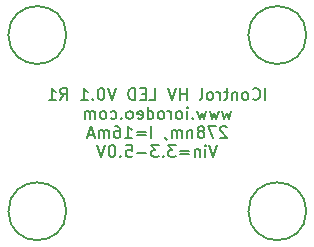
<source format=gbo>
%TF.GenerationSoftware,KiCad,Pcbnew,7.0.8-7.0.8~ubuntu22.04.1*%
%TF.CreationDate,2024-02-05T12:43:10-08:00*%
%TF.ProjectId,278nm_ELUC3535NUB_16mA,3237386e-6d5f-4454-9c55-43333533354e,rev?*%
%TF.SameCoordinates,Original*%
%TF.FileFunction,Legend,Bot*%
%TF.FilePolarity,Positive*%
%FSLAX46Y46*%
G04 Gerber Fmt 4.6, Leading zero omitted, Abs format (unit mm)*
G04 Created by KiCad (PCBNEW 7.0.8-7.0.8~ubuntu22.04.1) date 2024-02-05 12:43:10*
%MOMM*%
%LPD*%
G01*
G04 APERTURE LIST*
%ADD10C,0.150000*%
G04 APERTURE END LIST*
D10*
X71842857Y-58039819D02*
X71842857Y-57039819D01*
X70795239Y-57944580D02*
X70842858Y-57992200D01*
X70842858Y-57992200D02*
X70985715Y-58039819D01*
X70985715Y-58039819D02*
X71080953Y-58039819D01*
X71080953Y-58039819D02*
X71223810Y-57992200D01*
X71223810Y-57992200D02*
X71319048Y-57896961D01*
X71319048Y-57896961D02*
X71366667Y-57801723D01*
X71366667Y-57801723D02*
X71414286Y-57611247D01*
X71414286Y-57611247D02*
X71414286Y-57468390D01*
X71414286Y-57468390D02*
X71366667Y-57277914D01*
X71366667Y-57277914D02*
X71319048Y-57182676D01*
X71319048Y-57182676D02*
X71223810Y-57087438D01*
X71223810Y-57087438D02*
X71080953Y-57039819D01*
X71080953Y-57039819D02*
X70985715Y-57039819D01*
X70985715Y-57039819D02*
X70842858Y-57087438D01*
X70842858Y-57087438D02*
X70795239Y-57135057D01*
X70223810Y-58039819D02*
X70319048Y-57992200D01*
X70319048Y-57992200D02*
X70366667Y-57944580D01*
X70366667Y-57944580D02*
X70414286Y-57849342D01*
X70414286Y-57849342D02*
X70414286Y-57563628D01*
X70414286Y-57563628D02*
X70366667Y-57468390D01*
X70366667Y-57468390D02*
X70319048Y-57420771D01*
X70319048Y-57420771D02*
X70223810Y-57373152D01*
X70223810Y-57373152D02*
X70080953Y-57373152D01*
X70080953Y-57373152D02*
X69985715Y-57420771D01*
X69985715Y-57420771D02*
X69938096Y-57468390D01*
X69938096Y-57468390D02*
X69890477Y-57563628D01*
X69890477Y-57563628D02*
X69890477Y-57849342D01*
X69890477Y-57849342D02*
X69938096Y-57944580D01*
X69938096Y-57944580D02*
X69985715Y-57992200D01*
X69985715Y-57992200D02*
X70080953Y-58039819D01*
X70080953Y-58039819D02*
X70223810Y-58039819D01*
X69461905Y-57373152D02*
X69461905Y-58039819D01*
X69461905Y-57468390D02*
X69414286Y-57420771D01*
X69414286Y-57420771D02*
X69319048Y-57373152D01*
X69319048Y-57373152D02*
X69176191Y-57373152D01*
X69176191Y-57373152D02*
X69080953Y-57420771D01*
X69080953Y-57420771D02*
X69033334Y-57516009D01*
X69033334Y-57516009D02*
X69033334Y-58039819D01*
X68700000Y-57373152D02*
X68319048Y-57373152D01*
X68557143Y-57039819D02*
X68557143Y-57896961D01*
X68557143Y-57896961D02*
X68509524Y-57992200D01*
X68509524Y-57992200D02*
X68414286Y-58039819D01*
X68414286Y-58039819D02*
X68319048Y-58039819D01*
X67985714Y-58039819D02*
X67985714Y-57373152D01*
X67985714Y-57563628D02*
X67938095Y-57468390D01*
X67938095Y-57468390D02*
X67890476Y-57420771D01*
X67890476Y-57420771D02*
X67795238Y-57373152D01*
X67795238Y-57373152D02*
X67700000Y-57373152D01*
X67223809Y-58039819D02*
X67319047Y-57992200D01*
X67319047Y-57992200D02*
X67366666Y-57944580D01*
X67366666Y-57944580D02*
X67414285Y-57849342D01*
X67414285Y-57849342D02*
X67414285Y-57563628D01*
X67414285Y-57563628D02*
X67366666Y-57468390D01*
X67366666Y-57468390D02*
X67319047Y-57420771D01*
X67319047Y-57420771D02*
X67223809Y-57373152D01*
X67223809Y-57373152D02*
X67080952Y-57373152D01*
X67080952Y-57373152D02*
X66985714Y-57420771D01*
X66985714Y-57420771D02*
X66938095Y-57468390D01*
X66938095Y-57468390D02*
X66890476Y-57563628D01*
X66890476Y-57563628D02*
X66890476Y-57849342D01*
X66890476Y-57849342D02*
X66938095Y-57944580D01*
X66938095Y-57944580D02*
X66985714Y-57992200D01*
X66985714Y-57992200D02*
X67080952Y-58039819D01*
X67080952Y-58039819D02*
X67223809Y-58039819D01*
X66319047Y-58039819D02*
X66414285Y-57992200D01*
X66414285Y-57992200D02*
X66461904Y-57896961D01*
X66461904Y-57896961D02*
X66461904Y-57039819D01*
X65176189Y-58039819D02*
X65176189Y-57039819D01*
X65176189Y-57516009D02*
X64604761Y-57516009D01*
X64604761Y-58039819D02*
X64604761Y-57039819D01*
X64271427Y-57039819D02*
X63938094Y-58039819D01*
X63938094Y-58039819D02*
X63604761Y-57039819D01*
X62033332Y-58039819D02*
X62509522Y-58039819D01*
X62509522Y-58039819D02*
X62509522Y-57039819D01*
X61699998Y-57516009D02*
X61366665Y-57516009D01*
X61223808Y-58039819D02*
X61699998Y-58039819D01*
X61699998Y-58039819D02*
X61699998Y-57039819D01*
X61699998Y-57039819D02*
X61223808Y-57039819D01*
X60795236Y-58039819D02*
X60795236Y-57039819D01*
X60795236Y-57039819D02*
X60557141Y-57039819D01*
X60557141Y-57039819D02*
X60414284Y-57087438D01*
X60414284Y-57087438D02*
X60319046Y-57182676D01*
X60319046Y-57182676D02*
X60271427Y-57277914D01*
X60271427Y-57277914D02*
X60223808Y-57468390D01*
X60223808Y-57468390D02*
X60223808Y-57611247D01*
X60223808Y-57611247D02*
X60271427Y-57801723D01*
X60271427Y-57801723D02*
X60319046Y-57896961D01*
X60319046Y-57896961D02*
X60414284Y-57992200D01*
X60414284Y-57992200D02*
X60557141Y-58039819D01*
X60557141Y-58039819D02*
X60795236Y-58039819D01*
X59176188Y-57039819D02*
X58842855Y-58039819D01*
X58842855Y-58039819D02*
X58509522Y-57039819D01*
X57985712Y-57039819D02*
X57890474Y-57039819D01*
X57890474Y-57039819D02*
X57795236Y-57087438D01*
X57795236Y-57087438D02*
X57747617Y-57135057D01*
X57747617Y-57135057D02*
X57699998Y-57230295D01*
X57699998Y-57230295D02*
X57652379Y-57420771D01*
X57652379Y-57420771D02*
X57652379Y-57658866D01*
X57652379Y-57658866D02*
X57699998Y-57849342D01*
X57699998Y-57849342D02*
X57747617Y-57944580D01*
X57747617Y-57944580D02*
X57795236Y-57992200D01*
X57795236Y-57992200D02*
X57890474Y-58039819D01*
X57890474Y-58039819D02*
X57985712Y-58039819D01*
X57985712Y-58039819D02*
X58080950Y-57992200D01*
X58080950Y-57992200D02*
X58128569Y-57944580D01*
X58128569Y-57944580D02*
X58176188Y-57849342D01*
X58176188Y-57849342D02*
X58223807Y-57658866D01*
X58223807Y-57658866D02*
X58223807Y-57420771D01*
X58223807Y-57420771D02*
X58176188Y-57230295D01*
X58176188Y-57230295D02*
X58128569Y-57135057D01*
X58128569Y-57135057D02*
X58080950Y-57087438D01*
X58080950Y-57087438D02*
X57985712Y-57039819D01*
X57223807Y-57944580D02*
X57176188Y-57992200D01*
X57176188Y-57992200D02*
X57223807Y-58039819D01*
X57223807Y-58039819D02*
X57271426Y-57992200D01*
X57271426Y-57992200D02*
X57223807Y-57944580D01*
X57223807Y-57944580D02*
X57223807Y-58039819D01*
X56223808Y-58039819D02*
X56795236Y-58039819D01*
X56509522Y-58039819D02*
X56509522Y-57039819D01*
X56509522Y-57039819D02*
X56604760Y-57182676D01*
X56604760Y-57182676D02*
X56699998Y-57277914D01*
X56699998Y-57277914D02*
X56795236Y-57325533D01*
X54461903Y-58039819D02*
X54795236Y-57563628D01*
X55033331Y-58039819D02*
X55033331Y-57039819D01*
X55033331Y-57039819D02*
X54652379Y-57039819D01*
X54652379Y-57039819D02*
X54557141Y-57087438D01*
X54557141Y-57087438D02*
X54509522Y-57135057D01*
X54509522Y-57135057D02*
X54461903Y-57230295D01*
X54461903Y-57230295D02*
X54461903Y-57373152D01*
X54461903Y-57373152D02*
X54509522Y-57468390D01*
X54509522Y-57468390D02*
X54557141Y-57516009D01*
X54557141Y-57516009D02*
X54652379Y-57563628D01*
X54652379Y-57563628D02*
X55033331Y-57563628D01*
X53509522Y-58039819D02*
X54080950Y-58039819D01*
X53795236Y-58039819D02*
X53795236Y-57039819D01*
X53795236Y-57039819D02*
X53890474Y-57182676D01*
X53890474Y-57182676D02*
X53985712Y-57277914D01*
X53985712Y-57277914D02*
X54080950Y-57325533D01*
X68938094Y-58983152D02*
X68747618Y-59649819D01*
X68747618Y-59649819D02*
X68557142Y-59173628D01*
X68557142Y-59173628D02*
X68366666Y-59649819D01*
X68366666Y-59649819D02*
X68176190Y-58983152D01*
X67890475Y-58983152D02*
X67699999Y-59649819D01*
X67699999Y-59649819D02*
X67509523Y-59173628D01*
X67509523Y-59173628D02*
X67319047Y-59649819D01*
X67319047Y-59649819D02*
X67128571Y-58983152D01*
X66842856Y-58983152D02*
X66652380Y-59649819D01*
X66652380Y-59649819D02*
X66461904Y-59173628D01*
X66461904Y-59173628D02*
X66271428Y-59649819D01*
X66271428Y-59649819D02*
X66080952Y-58983152D01*
X65699999Y-59554580D02*
X65652380Y-59602200D01*
X65652380Y-59602200D02*
X65699999Y-59649819D01*
X65699999Y-59649819D02*
X65747618Y-59602200D01*
X65747618Y-59602200D02*
X65699999Y-59554580D01*
X65699999Y-59554580D02*
X65699999Y-59649819D01*
X65223809Y-59649819D02*
X65223809Y-58983152D01*
X65223809Y-58649819D02*
X65271428Y-58697438D01*
X65271428Y-58697438D02*
X65223809Y-58745057D01*
X65223809Y-58745057D02*
X65176190Y-58697438D01*
X65176190Y-58697438D02*
X65223809Y-58649819D01*
X65223809Y-58649819D02*
X65223809Y-58745057D01*
X64604762Y-59649819D02*
X64700000Y-59602200D01*
X64700000Y-59602200D02*
X64747619Y-59554580D01*
X64747619Y-59554580D02*
X64795238Y-59459342D01*
X64795238Y-59459342D02*
X64795238Y-59173628D01*
X64795238Y-59173628D02*
X64747619Y-59078390D01*
X64747619Y-59078390D02*
X64700000Y-59030771D01*
X64700000Y-59030771D02*
X64604762Y-58983152D01*
X64604762Y-58983152D02*
X64461905Y-58983152D01*
X64461905Y-58983152D02*
X64366667Y-59030771D01*
X64366667Y-59030771D02*
X64319048Y-59078390D01*
X64319048Y-59078390D02*
X64271429Y-59173628D01*
X64271429Y-59173628D02*
X64271429Y-59459342D01*
X64271429Y-59459342D02*
X64319048Y-59554580D01*
X64319048Y-59554580D02*
X64366667Y-59602200D01*
X64366667Y-59602200D02*
X64461905Y-59649819D01*
X64461905Y-59649819D02*
X64604762Y-59649819D01*
X63842857Y-59649819D02*
X63842857Y-58983152D01*
X63842857Y-59173628D02*
X63795238Y-59078390D01*
X63795238Y-59078390D02*
X63747619Y-59030771D01*
X63747619Y-59030771D02*
X63652381Y-58983152D01*
X63652381Y-58983152D02*
X63557143Y-58983152D01*
X63080952Y-59649819D02*
X63176190Y-59602200D01*
X63176190Y-59602200D02*
X63223809Y-59554580D01*
X63223809Y-59554580D02*
X63271428Y-59459342D01*
X63271428Y-59459342D02*
X63271428Y-59173628D01*
X63271428Y-59173628D02*
X63223809Y-59078390D01*
X63223809Y-59078390D02*
X63176190Y-59030771D01*
X63176190Y-59030771D02*
X63080952Y-58983152D01*
X63080952Y-58983152D02*
X62938095Y-58983152D01*
X62938095Y-58983152D02*
X62842857Y-59030771D01*
X62842857Y-59030771D02*
X62795238Y-59078390D01*
X62795238Y-59078390D02*
X62747619Y-59173628D01*
X62747619Y-59173628D02*
X62747619Y-59459342D01*
X62747619Y-59459342D02*
X62795238Y-59554580D01*
X62795238Y-59554580D02*
X62842857Y-59602200D01*
X62842857Y-59602200D02*
X62938095Y-59649819D01*
X62938095Y-59649819D02*
X63080952Y-59649819D01*
X61890476Y-59649819D02*
X61890476Y-58649819D01*
X61890476Y-59602200D02*
X61985714Y-59649819D01*
X61985714Y-59649819D02*
X62176190Y-59649819D01*
X62176190Y-59649819D02*
X62271428Y-59602200D01*
X62271428Y-59602200D02*
X62319047Y-59554580D01*
X62319047Y-59554580D02*
X62366666Y-59459342D01*
X62366666Y-59459342D02*
X62366666Y-59173628D01*
X62366666Y-59173628D02*
X62319047Y-59078390D01*
X62319047Y-59078390D02*
X62271428Y-59030771D01*
X62271428Y-59030771D02*
X62176190Y-58983152D01*
X62176190Y-58983152D02*
X61985714Y-58983152D01*
X61985714Y-58983152D02*
X61890476Y-59030771D01*
X61033333Y-59602200D02*
X61128571Y-59649819D01*
X61128571Y-59649819D02*
X61319047Y-59649819D01*
X61319047Y-59649819D02*
X61414285Y-59602200D01*
X61414285Y-59602200D02*
X61461904Y-59506961D01*
X61461904Y-59506961D02*
X61461904Y-59126009D01*
X61461904Y-59126009D02*
X61414285Y-59030771D01*
X61414285Y-59030771D02*
X61319047Y-58983152D01*
X61319047Y-58983152D02*
X61128571Y-58983152D01*
X61128571Y-58983152D02*
X61033333Y-59030771D01*
X61033333Y-59030771D02*
X60985714Y-59126009D01*
X60985714Y-59126009D02*
X60985714Y-59221247D01*
X60985714Y-59221247D02*
X61461904Y-59316485D01*
X60414285Y-59649819D02*
X60509523Y-59602200D01*
X60509523Y-59602200D02*
X60557142Y-59554580D01*
X60557142Y-59554580D02*
X60604761Y-59459342D01*
X60604761Y-59459342D02*
X60604761Y-59173628D01*
X60604761Y-59173628D02*
X60557142Y-59078390D01*
X60557142Y-59078390D02*
X60509523Y-59030771D01*
X60509523Y-59030771D02*
X60414285Y-58983152D01*
X60414285Y-58983152D02*
X60271428Y-58983152D01*
X60271428Y-58983152D02*
X60176190Y-59030771D01*
X60176190Y-59030771D02*
X60128571Y-59078390D01*
X60128571Y-59078390D02*
X60080952Y-59173628D01*
X60080952Y-59173628D02*
X60080952Y-59459342D01*
X60080952Y-59459342D02*
X60128571Y-59554580D01*
X60128571Y-59554580D02*
X60176190Y-59602200D01*
X60176190Y-59602200D02*
X60271428Y-59649819D01*
X60271428Y-59649819D02*
X60414285Y-59649819D01*
X59652380Y-59554580D02*
X59604761Y-59602200D01*
X59604761Y-59602200D02*
X59652380Y-59649819D01*
X59652380Y-59649819D02*
X59699999Y-59602200D01*
X59699999Y-59602200D02*
X59652380Y-59554580D01*
X59652380Y-59554580D02*
X59652380Y-59649819D01*
X58747619Y-59602200D02*
X58842857Y-59649819D01*
X58842857Y-59649819D02*
X59033333Y-59649819D01*
X59033333Y-59649819D02*
X59128571Y-59602200D01*
X59128571Y-59602200D02*
X59176190Y-59554580D01*
X59176190Y-59554580D02*
X59223809Y-59459342D01*
X59223809Y-59459342D02*
X59223809Y-59173628D01*
X59223809Y-59173628D02*
X59176190Y-59078390D01*
X59176190Y-59078390D02*
X59128571Y-59030771D01*
X59128571Y-59030771D02*
X59033333Y-58983152D01*
X59033333Y-58983152D02*
X58842857Y-58983152D01*
X58842857Y-58983152D02*
X58747619Y-59030771D01*
X58176190Y-59649819D02*
X58271428Y-59602200D01*
X58271428Y-59602200D02*
X58319047Y-59554580D01*
X58319047Y-59554580D02*
X58366666Y-59459342D01*
X58366666Y-59459342D02*
X58366666Y-59173628D01*
X58366666Y-59173628D02*
X58319047Y-59078390D01*
X58319047Y-59078390D02*
X58271428Y-59030771D01*
X58271428Y-59030771D02*
X58176190Y-58983152D01*
X58176190Y-58983152D02*
X58033333Y-58983152D01*
X58033333Y-58983152D02*
X57938095Y-59030771D01*
X57938095Y-59030771D02*
X57890476Y-59078390D01*
X57890476Y-59078390D02*
X57842857Y-59173628D01*
X57842857Y-59173628D02*
X57842857Y-59459342D01*
X57842857Y-59459342D02*
X57890476Y-59554580D01*
X57890476Y-59554580D02*
X57938095Y-59602200D01*
X57938095Y-59602200D02*
X58033333Y-59649819D01*
X58033333Y-59649819D02*
X58176190Y-59649819D01*
X57414285Y-59649819D02*
X57414285Y-58983152D01*
X57414285Y-59078390D02*
X57366666Y-59030771D01*
X57366666Y-59030771D02*
X57271428Y-58983152D01*
X57271428Y-58983152D02*
X57128571Y-58983152D01*
X57128571Y-58983152D02*
X57033333Y-59030771D01*
X57033333Y-59030771D02*
X56985714Y-59126009D01*
X56985714Y-59126009D02*
X56985714Y-59649819D01*
X56985714Y-59126009D02*
X56938095Y-59030771D01*
X56938095Y-59030771D02*
X56842857Y-58983152D01*
X56842857Y-58983152D02*
X56700000Y-58983152D01*
X56700000Y-58983152D02*
X56604761Y-59030771D01*
X56604761Y-59030771D02*
X56557142Y-59126009D01*
X56557142Y-59126009D02*
X56557142Y-59649819D01*
X68580951Y-60355057D02*
X68533332Y-60307438D01*
X68533332Y-60307438D02*
X68438094Y-60259819D01*
X68438094Y-60259819D02*
X68199999Y-60259819D01*
X68199999Y-60259819D02*
X68104761Y-60307438D01*
X68104761Y-60307438D02*
X68057142Y-60355057D01*
X68057142Y-60355057D02*
X68009523Y-60450295D01*
X68009523Y-60450295D02*
X68009523Y-60545533D01*
X68009523Y-60545533D02*
X68057142Y-60688390D01*
X68057142Y-60688390D02*
X68628570Y-61259819D01*
X68628570Y-61259819D02*
X68009523Y-61259819D01*
X67676189Y-60259819D02*
X67009523Y-60259819D01*
X67009523Y-60259819D02*
X67438094Y-61259819D01*
X66485713Y-60688390D02*
X66580951Y-60640771D01*
X66580951Y-60640771D02*
X66628570Y-60593152D01*
X66628570Y-60593152D02*
X66676189Y-60497914D01*
X66676189Y-60497914D02*
X66676189Y-60450295D01*
X66676189Y-60450295D02*
X66628570Y-60355057D01*
X66628570Y-60355057D02*
X66580951Y-60307438D01*
X66580951Y-60307438D02*
X66485713Y-60259819D01*
X66485713Y-60259819D02*
X66295237Y-60259819D01*
X66295237Y-60259819D02*
X66199999Y-60307438D01*
X66199999Y-60307438D02*
X66152380Y-60355057D01*
X66152380Y-60355057D02*
X66104761Y-60450295D01*
X66104761Y-60450295D02*
X66104761Y-60497914D01*
X66104761Y-60497914D02*
X66152380Y-60593152D01*
X66152380Y-60593152D02*
X66199999Y-60640771D01*
X66199999Y-60640771D02*
X66295237Y-60688390D01*
X66295237Y-60688390D02*
X66485713Y-60688390D01*
X66485713Y-60688390D02*
X66580951Y-60736009D01*
X66580951Y-60736009D02*
X66628570Y-60783628D01*
X66628570Y-60783628D02*
X66676189Y-60878866D01*
X66676189Y-60878866D02*
X66676189Y-61069342D01*
X66676189Y-61069342D02*
X66628570Y-61164580D01*
X66628570Y-61164580D02*
X66580951Y-61212200D01*
X66580951Y-61212200D02*
X66485713Y-61259819D01*
X66485713Y-61259819D02*
X66295237Y-61259819D01*
X66295237Y-61259819D02*
X66199999Y-61212200D01*
X66199999Y-61212200D02*
X66152380Y-61164580D01*
X66152380Y-61164580D02*
X66104761Y-61069342D01*
X66104761Y-61069342D02*
X66104761Y-60878866D01*
X66104761Y-60878866D02*
X66152380Y-60783628D01*
X66152380Y-60783628D02*
X66199999Y-60736009D01*
X66199999Y-60736009D02*
X66295237Y-60688390D01*
X65676189Y-60593152D02*
X65676189Y-61259819D01*
X65676189Y-60688390D02*
X65628570Y-60640771D01*
X65628570Y-60640771D02*
X65533332Y-60593152D01*
X65533332Y-60593152D02*
X65390475Y-60593152D01*
X65390475Y-60593152D02*
X65295237Y-60640771D01*
X65295237Y-60640771D02*
X65247618Y-60736009D01*
X65247618Y-60736009D02*
X65247618Y-61259819D01*
X64771427Y-61259819D02*
X64771427Y-60593152D01*
X64771427Y-60688390D02*
X64723808Y-60640771D01*
X64723808Y-60640771D02*
X64628570Y-60593152D01*
X64628570Y-60593152D02*
X64485713Y-60593152D01*
X64485713Y-60593152D02*
X64390475Y-60640771D01*
X64390475Y-60640771D02*
X64342856Y-60736009D01*
X64342856Y-60736009D02*
X64342856Y-61259819D01*
X64342856Y-60736009D02*
X64295237Y-60640771D01*
X64295237Y-60640771D02*
X64199999Y-60593152D01*
X64199999Y-60593152D02*
X64057142Y-60593152D01*
X64057142Y-60593152D02*
X63961903Y-60640771D01*
X63961903Y-60640771D02*
X63914284Y-60736009D01*
X63914284Y-60736009D02*
X63914284Y-61259819D01*
X63390475Y-61212200D02*
X63390475Y-61259819D01*
X63390475Y-61259819D02*
X63438094Y-61355057D01*
X63438094Y-61355057D02*
X63485713Y-61402676D01*
X62199999Y-61259819D02*
X62199999Y-60259819D01*
X61723809Y-60736009D02*
X60961905Y-60736009D01*
X60961905Y-61021723D02*
X61723809Y-61021723D01*
X59961905Y-61259819D02*
X60533333Y-61259819D01*
X60247619Y-61259819D02*
X60247619Y-60259819D01*
X60247619Y-60259819D02*
X60342857Y-60402676D01*
X60342857Y-60402676D02*
X60438095Y-60497914D01*
X60438095Y-60497914D02*
X60533333Y-60545533D01*
X59104762Y-60259819D02*
X59295238Y-60259819D01*
X59295238Y-60259819D02*
X59390476Y-60307438D01*
X59390476Y-60307438D02*
X59438095Y-60355057D01*
X59438095Y-60355057D02*
X59533333Y-60497914D01*
X59533333Y-60497914D02*
X59580952Y-60688390D01*
X59580952Y-60688390D02*
X59580952Y-61069342D01*
X59580952Y-61069342D02*
X59533333Y-61164580D01*
X59533333Y-61164580D02*
X59485714Y-61212200D01*
X59485714Y-61212200D02*
X59390476Y-61259819D01*
X59390476Y-61259819D02*
X59200000Y-61259819D01*
X59200000Y-61259819D02*
X59104762Y-61212200D01*
X59104762Y-61212200D02*
X59057143Y-61164580D01*
X59057143Y-61164580D02*
X59009524Y-61069342D01*
X59009524Y-61069342D02*
X59009524Y-60831247D01*
X59009524Y-60831247D02*
X59057143Y-60736009D01*
X59057143Y-60736009D02*
X59104762Y-60688390D01*
X59104762Y-60688390D02*
X59200000Y-60640771D01*
X59200000Y-60640771D02*
X59390476Y-60640771D01*
X59390476Y-60640771D02*
X59485714Y-60688390D01*
X59485714Y-60688390D02*
X59533333Y-60736009D01*
X59533333Y-60736009D02*
X59580952Y-60831247D01*
X58580952Y-61259819D02*
X58580952Y-60593152D01*
X58580952Y-60688390D02*
X58533333Y-60640771D01*
X58533333Y-60640771D02*
X58438095Y-60593152D01*
X58438095Y-60593152D02*
X58295238Y-60593152D01*
X58295238Y-60593152D02*
X58200000Y-60640771D01*
X58200000Y-60640771D02*
X58152381Y-60736009D01*
X58152381Y-60736009D02*
X58152381Y-61259819D01*
X58152381Y-60736009D02*
X58104762Y-60640771D01*
X58104762Y-60640771D02*
X58009524Y-60593152D01*
X58009524Y-60593152D02*
X57866667Y-60593152D01*
X57866667Y-60593152D02*
X57771428Y-60640771D01*
X57771428Y-60640771D02*
X57723809Y-60736009D01*
X57723809Y-60736009D02*
X57723809Y-61259819D01*
X57295238Y-60974104D02*
X56819048Y-60974104D01*
X57390476Y-61259819D02*
X57057143Y-60259819D01*
X57057143Y-60259819D02*
X56723810Y-61259819D01*
X67771427Y-61869819D02*
X67438094Y-62869819D01*
X67438094Y-62869819D02*
X67104761Y-61869819D01*
X66771427Y-62869819D02*
X66771427Y-62203152D01*
X66771427Y-61869819D02*
X66819046Y-61917438D01*
X66819046Y-61917438D02*
X66771427Y-61965057D01*
X66771427Y-61965057D02*
X66723808Y-61917438D01*
X66723808Y-61917438D02*
X66771427Y-61869819D01*
X66771427Y-61869819D02*
X66771427Y-61965057D01*
X66295237Y-62203152D02*
X66295237Y-62869819D01*
X66295237Y-62298390D02*
X66247618Y-62250771D01*
X66247618Y-62250771D02*
X66152380Y-62203152D01*
X66152380Y-62203152D02*
X66009523Y-62203152D01*
X66009523Y-62203152D02*
X65914285Y-62250771D01*
X65914285Y-62250771D02*
X65866666Y-62346009D01*
X65866666Y-62346009D02*
X65866666Y-62869819D01*
X65390475Y-62346009D02*
X64628571Y-62346009D01*
X64628571Y-62631723D02*
X65390475Y-62631723D01*
X64247618Y-61869819D02*
X63628571Y-61869819D01*
X63628571Y-61869819D02*
X63961904Y-62250771D01*
X63961904Y-62250771D02*
X63819047Y-62250771D01*
X63819047Y-62250771D02*
X63723809Y-62298390D01*
X63723809Y-62298390D02*
X63676190Y-62346009D01*
X63676190Y-62346009D02*
X63628571Y-62441247D01*
X63628571Y-62441247D02*
X63628571Y-62679342D01*
X63628571Y-62679342D02*
X63676190Y-62774580D01*
X63676190Y-62774580D02*
X63723809Y-62822200D01*
X63723809Y-62822200D02*
X63819047Y-62869819D01*
X63819047Y-62869819D02*
X64104761Y-62869819D01*
X64104761Y-62869819D02*
X64199999Y-62822200D01*
X64199999Y-62822200D02*
X64247618Y-62774580D01*
X63199999Y-62774580D02*
X63152380Y-62822200D01*
X63152380Y-62822200D02*
X63199999Y-62869819D01*
X63199999Y-62869819D02*
X63247618Y-62822200D01*
X63247618Y-62822200D02*
X63199999Y-62774580D01*
X63199999Y-62774580D02*
X63199999Y-62869819D01*
X62819047Y-61869819D02*
X62200000Y-61869819D01*
X62200000Y-61869819D02*
X62533333Y-62250771D01*
X62533333Y-62250771D02*
X62390476Y-62250771D01*
X62390476Y-62250771D02*
X62295238Y-62298390D01*
X62295238Y-62298390D02*
X62247619Y-62346009D01*
X62247619Y-62346009D02*
X62200000Y-62441247D01*
X62200000Y-62441247D02*
X62200000Y-62679342D01*
X62200000Y-62679342D02*
X62247619Y-62774580D01*
X62247619Y-62774580D02*
X62295238Y-62822200D01*
X62295238Y-62822200D02*
X62390476Y-62869819D01*
X62390476Y-62869819D02*
X62676190Y-62869819D01*
X62676190Y-62869819D02*
X62771428Y-62822200D01*
X62771428Y-62822200D02*
X62819047Y-62774580D01*
X61771428Y-62488866D02*
X61009524Y-62488866D01*
X60057143Y-61869819D02*
X60533333Y-61869819D01*
X60533333Y-61869819D02*
X60580952Y-62346009D01*
X60580952Y-62346009D02*
X60533333Y-62298390D01*
X60533333Y-62298390D02*
X60438095Y-62250771D01*
X60438095Y-62250771D02*
X60200000Y-62250771D01*
X60200000Y-62250771D02*
X60104762Y-62298390D01*
X60104762Y-62298390D02*
X60057143Y-62346009D01*
X60057143Y-62346009D02*
X60009524Y-62441247D01*
X60009524Y-62441247D02*
X60009524Y-62679342D01*
X60009524Y-62679342D02*
X60057143Y-62774580D01*
X60057143Y-62774580D02*
X60104762Y-62822200D01*
X60104762Y-62822200D02*
X60200000Y-62869819D01*
X60200000Y-62869819D02*
X60438095Y-62869819D01*
X60438095Y-62869819D02*
X60533333Y-62822200D01*
X60533333Y-62822200D02*
X60580952Y-62774580D01*
X59580952Y-62774580D02*
X59533333Y-62822200D01*
X59533333Y-62822200D02*
X59580952Y-62869819D01*
X59580952Y-62869819D02*
X59628571Y-62822200D01*
X59628571Y-62822200D02*
X59580952Y-62774580D01*
X59580952Y-62774580D02*
X59580952Y-62869819D01*
X58914286Y-61869819D02*
X58819048Y-61869819D01*
X58819048Y-61869819D02*
X58723810Y-61917438D01*
X58723810Y-61917438D02*
X58676191Y-61965057D01*
X58676191Y-61965057D02*
X58628572Y-62060295D01*
X58628572Y-62060295D02*
X58580953Y-62250771D01*
X58580953Y-62250771D02*
X58580953Y-62488866D01*
X58580953Y-62488866D02*
X58628572Y-62679342D01*
X58628572Y-62679342D02*
X58676191Y-62774580D01*
X58676191Y-62774580D02*
X58723810Y-62822200D01*
X58723810Y-62822200D02*
X58819048Y-62869819D01*
X58819048Y-62869819D02*
X58914286Y-62869819D01*
X58914286Y-62869819D02*
X59009524Y-62822200D01*
X59009524Y-62822200D02*
X59057143Y-62774580D01*
X59057143Y-62774580D02*
X59104762Y-62679342D01*
X59104762Y-62679342D02*
X59152381Y-62488866D01*
X59152381Y-62488866D02*
X59152381Y-62250771D01*
X59152381Y-62250771D02*
X59104762Y-62060295D01*
X59104762Y-62060295D02*
X59057143Y-61965057D01*
X59057143Y-61965057D02*
X59009524Y-61917438D01*
X59009524Y-61917438D02*
X58914286Y-61869819D01*
X58295238Y-61869819D02*
X57961905Y-62869819D01*
X57961905Y-62869819D02*
X57628572Y-61869819D01*
%TO.C,M1*%
X54990000Y-52540000D02*
G75*
G03*
X54990000Y-52540000I-2450000J0D01*
G01*
%TO.C,M2*%
X75310000Y-52540000D02*
G75*
G03*
X75310000Y-52540000I-2450000J0D01*
G01*
%TO.C,M3*%
X75310000Y-67460000D02*
G75*
G03*
X75310000Y-67460000I-2450000J0D01*
G01*
%TO.C,M4*%
X54990000Y-67460000D02*
G75*
G03*
X54990000Y-67460000I-2450000J0D01*
G01*
%TD*%
M02*

</source>
